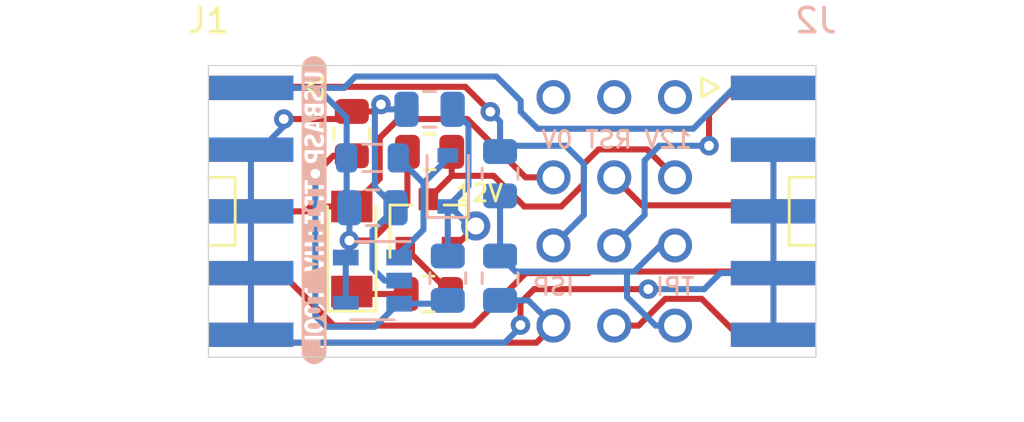
<source format=kicad_pcb>
(kicad_pcb (version 20211014) (generator pcbnew)
  (layers (0 "F.Cu" signal) (31 "B.Cu" signal) (34 "B.Paste" user) (35 "F.Paste" user) (36 "B.SilkS" user "B.Silkscreen") (37 "F.SilkS" user "F.Silkscreen") (38 "B.Mask" user) (39 "F.Mask" user) (44 "Edge.Cuts" user))
  (net 0 "")
  (net 1 "Net-(Q1-Pad1)")
  (net 2 "Net-(D1-Pad2)")
  (net 3 "Net-(R3-Pad1)")
  (net 4 "Vin")
  (net 5 "GND")
  (net 6 "12V")
  (net 7 "SCK")
  (net 8 "~{RST}")
  (net 10 "~{RST}HV")
  (net 12 "Net-(D2-Pad1)")
  (net 13 "Net-(Q1-Pad3)")
  (net 14 "MISO_IN")
  (net 15 "MOSI_IN")
  (net 16 "MISO_OUT")
  (net 17 "MOSI_OUT")
  (net 18 "/TPI_DATA")
  (footprint "Resistor_SMD:R_0805_2012Metric" (layer "F.Cu") (at 95.9 116.8 -90)
    (fp_text reference "R4" hide)
    (fp_text value "12kΩ" hide)
    (fp_line (start -0.227064 -0.735) (end 0.227064 -0.735) (layer "F.SilkS") (width 0.12))
    (fp_line (start -0.227064 0.735) (end 0.227064 0.735) (layer "F.SilkS") (width 0.12))
    (pad "1" smd roundrect locked (at -0.9125 0 270) (size 1.025 1.4) (layers "F.Cu" "F.Paste" "F.Mask") (roundrect_rratio 0.243902) (net 5 "GND"))
    (pad "2" smd roundrect locked (at 0.9125 0 270) (size 1.025 1.4) (layers "F.Cu" "F.Paste" "F.Mask") (roundrect_rratio 0.243902) (net 3 "Net-(R3-Pad1)"))
  )
  (footprint "HV_TPI_tool:IDC_Socket_2x05_P2.54mm_edge-mount" (layer "F.Cu") (at 90 120)
    (fp_text reference "J1" (at 0 -7.85) (layer "F.SilkS"))
    (fp_text value "Conn_02x05_Odd_Even")
    (fp_line (start 4.7 -5.5) (end 4.7 -4.7) (layer "F.SilkS") (width 0.12))
    (fp_line (start 4.7 -4.7) (end 4 -5.1) (layer "F.SilkS") (width 0.12))
    (fp_line (start 4 -5.1) (end 4.7 -5.5) (layer "F.SilkS") (width 0.12))
    (pad "1" smd rect (at 1.75 -5.08) (size 3.5 1) (layers "F.Cu" "F.Paste" "F.Mask") (net 15 "MOSI_IN"))
    (pad "2" smd rect (at 1.75 -5.08) (size 3.5 1) (layers "B.Cu" "B.Paste" "B.Mask") (net 4 "Vin"))
    (pad "3" smd rect (at 1.75 -2.54) (size 3.5 1) (layers "F.Cu" "F.Paste" "F.Mask"))
    (pad "4" smd rect (at 1.75 -2.54) (size 3.5 1) (layers "B.Cu" "B.Paste" "B.Mask") (net 5 "GND"))
    (pad "5" smd rect (at 1.75 0) (size 3.5 1) (layers "F.Cu" "F.Paste" "F.Mask") (net 8 "~{RST}"))
    (pad "6" smd rect (at 1.75 0) (size 3.5 1) (layers "B.Cu" "B.Paste" "B.Mask") (net 5 "GND"))
    (pad "7" smd rect (at 1.75 2.54) (size 3.5 1) (layers "F.Cu" "F.Paste" "F.Mask") (net 7 "SCK"))
    (pad "8" smd rect (at 1.75 2.54) (size 3.5 1) (layers "B.Cu" "B.Paste" "B.Mask") (net 5 "GND"))
    (pad "9" smd rect (at 1.75 5.08) (size 3.5 1) (layers "F.Cu" "F.Paste" "F.Mask") (net 14 "MISO_IN"))
    (pad "10" smd rect (at 1.75 5.08) (size 3.5 1) (layers "B.Cu" "B.Paste" "B.Mask") (net 5 "GND"))
  )
  (footprint "Button_Switch_THT:SW_CuK_JS202011CQN_DPDT_Straight" (layer "F.Cu") (at 104.2 115.3)
    (fp_text reference "SW1" hide)
    (fp_text value "SW_DPDT_x2" hide)
    (pad "1" thru_hole circle locked (at 0 0) (size 1.4 1.4) (drill 0.9) (layers *.Cu *.Mask))
    (pad "2" thru_hole circle locked (at 2.5 0) (size 1.4 1.4) (drill 0.9) (layers *.Cu *.Mask))
    (pad "3" thru_hole circle locked (at 5 0) (size 1.4 1.4) (drill 0.9) (layers *.Cu *.Mask))
    (pad "4" thru_hole circle locked (at 0 3.3) (size 1.4 1.4) (drill 0.9) (layers *.Cu *.Mask) (net 8 "~{RST}"))
    (pad "5" thru_hole circle locked (at 2.5 3.3) (size 1.4 1.4) (drill 0.9) (layers *.Cu *.Mask) (net 10 "~{RST}HV"))
    (pad "6" thru_hole circle locked (at 5 3.3) (size 1.4 1.4) (drill 0.9) (layers *.Cu *.Mask) (net 13 "Net-(Q1-Pad3)"))
  )
  (footprint "Resistor_SMD:R_0805_2012Metric" (layer "F.Cu") (at 99.05 123.4 180)
    (fp_text reference "R1" hide)
    (fp_text value "5kΩ" hide)
    (fp_line (start -0.227064 -0.735) (end 0.227064 -0.735) (layer "F.SilkS") (width 0.12))
    (fp_line (start -0.227064 0.735) (end 0.227064 0.735) (layer "F.SilkS") (width 0.12))
    (pad "1" smd roundrect locked (at -0.9125 0 180) (size 1.025 1.4) (layers "F.Cu" "F.Paste" "F.Mask") (roundrect_rratio 0.243902) (net 1 "Net-(Q1-Pad1)"))
    (pad "2" smd roundrect locked (at 0.9125 0 180) (size 1.025 1.4) (layers "F.Cu" "F.Paste" "F.Mask") (roundrect_rratio 0.243902) (net 12 "Net-(D2-Pad1)"))
  )
  (footprint "Resistor_SMD:R_0805_2012Metric" (layer "F.Cu") (at 99.1 117.55 180)
    (fp_text reference "R2" hide)
    (fp_text value "5kΩ" hide)
    (fp_line (start -0.227064 0.735) (end 0.227064 0.735) (layer "F.SilkS") (width 0.12))
    (fp_line (start -0.227064 -0.735) (end 0.227064 -0.735) (layer "F.SilkS") (width 0.12))
    (pad "1" smd roundrect locked (at -0.9125 0 180) (size 1.025 1.4) (layers "F.Cu" "F.Paste" "F.Mask") (roundrect_rratio 0.243902) (net 13 "Net-(Q1-Pad3)"))
    (pad "2" smd roundrect locked (at 0.9125 0 180) (size 1.025 1.4) (layers "F.Cu" "F.Paste" "F.Mask") (roundrect_rratio 0.243902) (net 4 "Vin"))
  )
  (footprint "Package_TO_SOT_SMD:SOT-23" (layer "F.Cu") (at 99.05 120.5 90)
    (fp_text reference "Q1" hide)
    (fp_text value "Q_PNP_BEC" hide)
    (fp_line (start 0.76 -1.58) (end 0.76 -0.65) (layer "F.SilkS") (width 0.12))
    (fp_line (start 0.76 1.58) (end 0.76 0.65) (layer "F.SilkS") (width 0.12))
    (fp_line (start 0.76 -1.58) (end -1.4 -1.58) (layer "F.SilkS") (width 0.12))
    (fp_line (start 0.76 1.58) (end -0.7 1.58) (layer "F.SilkS") (width 0.12))
    (pad "1" smd rect locked (at -1 -0.95 90) (size 0.9 0.8) (layers "F.Cu" "F.Paste" "F.Mask") (net 1 "Net-(Q1-Pad1)"))
    (pad "2" smd rect locked (at -1 0.95 90) (size 0.9 0.8) (layers "F.Cu" "F.Paste" "F.Mask") (net 6 "12V"))
    (pad "3" smd rect locked (at 1 0 90) (size 0.9 0.8) (layers "F.Cu" "F.Paste" "F.Mask") (net 13 "Net-(Q1-Pad3)"))
  )
  (footprint "Diode_SMD:D_MiniMELF" (layer "F.Cu") (at 95.9 121.55 90)
    (fp_text reference "D2" hide)
    (fp_text value "8-10V" hide)
    (fp_line (start -2.55 1) (end 1.75 1) (layer "F.SilkS") (width 0.12))
    (fp_line (start 1.75 -1) (end -2.55 -1) (layer "F.SilkS") (width 0.12))
    (fp_line (start -2.55 -1) (end -2.55 1) (layer "F.SilkS") (width 0.12))
    (pad "1" smd rect locked (at -1.75 0 90) (size 1.3 1.7) (layers "F.Cu" "F.Paste" "F.Mask") (net 12 "Net-(D2-Pad1)"))
    (pad "2" smd rect locked (at 1.75 0 90) (size 1.3 1.7) (layers "F.Cu" "F.Paste" "F.Mask") (net 8 "~{RST}"))
  )
  (footprint "Button_Switch_THT:SW_CuK_JS202011CQN_DPDT_Straight" (layer "F.Cu") (at 104.2 121.4)
    (fp_text reference "SW2" hide)
    (fp_text value "SW_DPDT_x2" hide)
    (pad "1" thru_hole circle (at 0 0) (size 1.4 1.4) (drill 0.9) (layers *.Cu *.Mask) (net 15 "MOSI_IN"))
    (pad "2" thru_hole circle (at 2.5 0) (size 1.4 1.4) (drill 0.9) (layers *.Cu *.Mask) (net 17 "MOSI_OUT"))
    (pad "3" thru_hole circle (at 5 0) (size 1.4 1.4) (drill 0.9) (layers *.Cu *.Mask) (net 18 "/TPI_DATA"))
    (pad "4" thru_hole circle (at 0 3.3) (size 1.4 1.4) (drill 0.9) (layers *.Cu *.Mask) (net 14 "MISO_IN"))
    (pad "5" thru_hole circle (at 2.5 3.3) (size 1.4 1.4) (drill 0.9) (layers *.Cu *.Mask) (net 16 "MISO_OUT"))
    (pad "6" thru_hole circle (at 5 3.3) (size 1.4 1.4) (drill 0.9) (layers *.Cu *.Mask) (net 18 "/TPI_DATA"))
  )
  (footprint "Capacitor_SMD:C_0805_2012Metric" (layer "B.Cu") (at 96.75 119.85 180)
    (fp_text reference "C1" hide)
    (fp_text value "1μF" hide)
    (fp_line (start -0.261252 -0.735) (end 0.261252 -0.735) (layer "B.SilkS") (width 0.12))
    (fp_line (start -0.261252 0.735) (end 0.261252 0.735) (layer "B.SilkS") (width 0.12))
    (pad "1" smd roundrect locked (at -0.95 0 180) (size 1 1.45) (layers "B.Cu" "B.Paste" "B.Mask") (net 5 "GND"))
    (pad "2" smd roundrect locked (at 0.95 0 180) (size 1 1.45) (layers "B.Cu" "B.Paste" "B.Mask") (net 4 "Vin"))
  )
  (footprint "Capacitor_SMD:C_0805_2012Metric" (layer "B.Cu") (at 99.1 115.8)
    (fp_text reference "C2" hide)
    (fp_text value "1μF" hide)
    (fp_line (start -0.261252 -0.735) (end 0.261252 -0.735) (layer "B.SilkS") (width 0.12))
    (fp_line (start -0.261252 0.735) (end 0.261252 0.735) (layer "B.SilkS") (width 0.12))
    (pad "1" smd roundrect locked (at -0.95 0) (size 1 1.45) (layers "B.Cu" "B.Paste" "B.Mask") (net 5 "GND"))
    (pad "2" smd roundrect locked (at 0.95 0) (size 1 1.45) (layers "B.Cu" "B.Paste" "B.Mask") (net 6 "12V"))
  )
  (footprint "Diode_SMD:D_SOD-323" (layer "B.Cu") (at 99.85 118.75 90)
    (fp_text reference "D1" hide)
    (fp_text value "NSR0240HT1G" hide)
    (fp_line (start -1.5 0.85) (end -1.5 -0.85) (layer "B.SilkS") (width 0.12))
    (fp_line (start -1.5 0.85) (end 1.05 0.85) (layer "B.SilkS") (width 0.12))
    (fp_line (start -1.5 -0.85) (end 1.05 -0.85) (layer "B.SilkS") (width 0.12))
    (pad "1" smd rect locked (at -1.05 0 90) (size 0.6 0.85) (layers "B.Cu" "B.Paste" "B.Mask") (net 6 "12V"))
    (pad "2" smd rect locked (at 1.05 0 90) (size 0.6 0.85) (layers "B.Cu" "B.Paste" "B.Mask") (net 2 "Net-(D1-Pad2)"))
  )
  (footprint "Inductor_SMD:L_0805_2012Metric" (layer "B.Cu") (at 96.75 117.8)
    (fp_text reference "L1" hide)
    (fp_text value "10μH" hide)
    (fp_line (start -0.399622 0.56) (end 0.399622 0.56) (layer "B.SilkS") (width 0.12))
    (fp_line (start -0.399622 -0.56) (end 0.399622 -0.56) (layer "B.SilkS") (width 0.12))
    (pad "1" smd roundrect locked (at -1.0625 0) (size 0.875 1.2) (layers "B.Cu" "B.Paste" "B.Mask") (net 4 "Vin"))
    (pad "2" smd roundrect locked (at 1.0625 0) (size 0.875 1.2) (layers "B.Cu" "B.Paste" "B.Mask") (net 2 "Net-(D1-Pad2)"))
  )
  (footprint "Resistor_SMD:R_0805_2012Metric" (layer "B.Cu") (at 99.85 122.75 90)
    (fp_text reference "R3" hide)
    (fp_text value "100kΩ" hide)
    (fp_line (start -0.227064 0.735) (end 0.227064 0.735) (layer "B.SilkS") (width 0.12))
    (fp_line (start -0.227064 -0.735) (end 0.227064 -0.735) (layer "B.SilkS") (width 0.12))
    (pad "1" smd roundrect locked (at -0.9125 0 90) (size 1.025 1.4) (layers "B.Cu" "B.Paste" "B.Mask") (roundrect_rratio 0.243902) (net 3 "Net-(R3-Pad1)"))
    (pad "2" smd roundrect locked (at 0.9125 0 90) (size 1.025 1.4) (layers "B.Cu" "B.Paste" "B.Mask") (roundrect_rratio 0.243902) (net 6 "12V"))
  )
  (footprint "Package_TO_SOT_SMD:SOT-23-5" (layer "B.Cu") (at 96.75 122.85 180)
    (fp_text reference "U1" hide)
    (fp_text value "AP3012" hide)
    (fp_line (start -0.9 -1.61) (end 0.9 -1.61) (layer "B.SilkS") (width 0.12))
    (fp_line (start 0.9 1.61) (end -1.55 1.61) (layer "B.SilkS") (width 0.12))
    (pad "1" smd rect locked (at -1.1 0.95 180) (size 1.06 0.65) (layers "B.Cu" "B.Paste" "B.Mask") (net 2 "Net-(D1-Pad2)"))
    (pad "2" smd rect locked (at -1.1 0 180) (size 1.06 0.65) (layers "B.Cu" "B.Paste" "B.Mask") (net 5 "GND"))
    (pad "3" smd rect locked (at -1.1 -0.95 180) (size 1.06 0.65) (layers "B.Cu" "B.Paste" "B.Mask") (net 3 "Net-(R3-Pad1)"))
    (pad "4" smd rect locked (at 1.1 -0.95 180) (size 1.06 0.65) (layers "B.Cu" "B.Paste" "B.Mask") (net 4 "Vin"))
    (pad "5" smd rect locked (at 1.1 0.95 180) (size 1.06 0.65) (layers "B.Cu" "B.Paste" "B.Mask") (net 4 "Vin"))
  )
  (footprint "HV_TPI_tool:IDC_Header_2x05_P2.54mm_edge-mount" (layer "B.Cu") (at 115 120 180)
    (fp_text reference "J2" (at 0 7.85) (layer "B.SilkS") (effects (justify mirror)))
    (fp_text value "Conn_02x05_Odd_Even")
    (fp_line (start 4.7 4.7) (end 4 5.1) (layer "F.SilkS") (width 0.12))
    (fp_line (start 4.7 5.5) (end 4.7 4.7) (layer "F.SilkS") (width 0.12))
    (fp_line (start 4 5.1) (end 4.7 5.5) (layer "F.SilkS") (width 0.12))
    (pad "1" smd rect (at 1.75 5.08 180) (size 3.5 1) (layers "F.Cu" "F.Paste" "F.Mask") (net 17 "MOSI_OUT"))
    (pad "2" smd rect (at 1.75 5.08 180) (size 3.5 1) (layers "B.Cu" "B.Paste" "B.Mask") (net 4 "Vin"))
    (pad "3" smd rect (at 1.75 2.54 180) (size 3.5 1) (layers "F.Cu" "F.Paste" "F.Mask"))
    (pad "4" smd rect (at 1.75 2.54 180) (size 3.5 1) (layers "B.Cu" "B.Paste" "B.Mask") (net 5 "GND"))
    (pad "5" smd rect (at 1.75 0 180) (size 3.5 1) (layers "F.Cu" "F.Paste" "F.Mask") (net 10 "~{RST}HV"))
    (pad "6" smd rect (at 1.75 0 180) (size 3.5 1) (layers "B.Cu" "B.Paste" "B.Mask") (net 5 "GND"))
    (pad "7" smd rect (at 1.75 -2.54 180) (size 3.5 1) (layers "F.Cu" "F.Paste" "F.Mask") (net 7 "SCK"))
    (pad "8" smd rect (at 1.75 -2.54 180) (size 3.5 1) (layers "B.Cu" "B.Paste" "B.Mask") (net 5 "GND"))
    (pad "9" smd rect (at 1.75 -5.08 180) (size 3.5 1) (layers "F.Cu" "F.Paste" "F.Mask") (net 16 "MISO_OUT"))
    (pad "10" smd rect (at 1.75 -5.08 180) (size 3.5 1) (layers "B.Cu" "B.Paste" "B.Mask") (net 5 "GND"))
  )
  (footprint "Connector_PinHeader_2.54mm:PinHeader_1x01_P2.54mm_Vertical" (layer "B.Cu") (at 101 120.6)
    (fp_text reference "J3" hide)
    (fp_text value "Conn_01x01" hide)
    (pad "1" thru_hole circle locked (at 0 0) (size 1.2 1.2) (drill 0.7) (layers *.Cu *.Mask) (net 6 "12V"))
  )
  (footprint "Resistor_SMD:R_0805_2012Metric" (layer "B.Cu") (at 102 122.75 -90)
    (fp_text reference "R5" hide)
    (fp_text value "220Ω" hide)
    (fp_line (start -0.227064 -0.735) (end 0.227064 -0.735) (layer "B.SilkS") (width 0.12))
    (fp_line (start -0.227064 0.735) (end 0.227064 0.735) (layer "B.SilkS") (width 0.12))
    (pad "1" smd roundrect locked (at -0.9125 0 270) (size 1.025 1.4) (layers "B.Cu" "B.Paste" "B.Mask") (roundrect_rratio 0.243902) (net 18 "/TPI_DATA"))
    (pad "2" smd roundrect locked (at 0.9125 0 270) (size 1.025 1.4) (layers "B.Cu" "B.Paste" "B.Mask") (roundrect_rratio 0.243902) (net 14 "MISO_IN"))
  )
  (footprint "Resistor_SMD:R_0805_2012Metric" (layer "B.Cu") (at 102 118.45 -90)
    (fp_text reference "R6" hide)
    (fp_text value "220Ω" hide)
    (fp_line (start -0.227064 0.735) (end 0.227064 0.735) (layer "B.SilkS") (width 0.12))
    (fp_line (start -0.227064 -0.735) (end 0.227064 -0.735) (layer "B.SilkS") (width 0.12))
    (pad "1" smd roundrect locked (at -0.9125 0 270) (size 1.025 1.4) (layers "B.Cu" "B.Paste" "B.Mask") (roundrect_rratio 0.243902) (net 15 "MOSI_IN"))
    (pad "2" smd roundrect locked (at 0.9125 0 270) (size 1.025 1.4) (layers "B.Cu" "B.Paste" "B.Mask") (roundrect_rratio 0.243902) (net 18 "/TPI_DATA"))
  )
  (footprint "label" (layer "B.Cu") (at 94.35 119.95 -90)
    (fp_text reference "svg2mod" hide)
    (fp_text value "G***" hide)
    (fp_poly (pts (xy -4.219575 -0.04953) (xy -4.219575 -0.26289) (xy -4.18338 -0.2667) (xy -4.144645 -0.26797) (xy -4.092575 -0.263525) (xy -4.04749 -0.247015) (xy -4.015105 -0.212725) (xy -4.002405 -0.15621) (xy -4.0386 -0.074295) (xy -4.135755 -0.04953) (xy -4.219575 -0.04953)) (layer "B.SilkS") (width 0) (fill solid))
    (fp_poly (pts (xy 4.638675 0) (xy 4.639786 -0.055404) (xy 4.64312 -0.107315) (xy 4.6609 -0.19431) (xy 4.698365 -0.25273) (xy 4.763135 -0.27432) (xy 4.82727 -0.25273) (xy 4.86537 -0.193675) (xy 4.88315 -0.10668) (xy 4.886484 -0.055245) (xy 4.887595 0) (xy 4.886484 0.055404) (xy 4.88315 0.107315) (xy 4.86537 0.19431) (xy 4.827905 0.25273) (xy 4.763135 0.27432) (xy 4.698365 0.25273) (xy 4.6609 0.193675) (xy 4.64312 0.10668) (xy 4.639786 0.055245) (xy 4.638675 0)) (layer "B.SilkS") (width 0) (fill solid))
    (fp_poly (pts (xy -4.158615 0.08001) (xy -4.068445 0.106045) (xy -4.037965 0.1778) (xy -4.046855 0.222885) (xy -4.070985 0.249555) (xy -4.106545 0.262255) (xy -4.148455 0.26543) (xy -4.185285 0.26416) (xy -4.219575 0.26035) (xy -4.219575 0.08001) (xy -4.158615 0.08001)) (layer "B.SilkS") (width 0) (fill solid))
    (fp_poly (pts (xy 4.003675 0) (xy 4.004786 -0.055404) (xy 4.00812 -0.107315) (xy 4.0259 -0.19431) (xy 4.063365 -0.25273) (xy 4.128135 -0.27432) (xy 4.19227 -0.25273) (xy 4.23037 -0.193675) (xy 4.24815 -0.10668) (xy 4.251484 -0.055245) (xy 4.252595 0) (xy 4.251484 0.055404) (xy 4.24815 0.107315) (xy 4.23037 0.19431) (xy 4.192905 0.25273) (xy 4.128135 0.27432) (xy 4.063365 0.25273) (xy 4.0259 0.193675) (xy 4.00812 0.10668) (xy 4.004786 0.055245) (xy 4.003675 0)) (layer "B.SilkS") (width 0) (fill solid))
    (fp_poly (pts (xy -5.664835 0.516043) (xy -5.664835 0.39243) (xy -5.507355 0.39243) (xy -5.507355 -0.09906) (xy -5.502275 -0.182245) (xy -5.48513 -0.23622) (xy -5.451475 -0.26543) (xy -5.396865 -0.27432) (xy -5.342255 -0.26543) (xy -5.307965 -0.235585) (xy -5.290185 -0.180975) (xy -5.285105 -0.09779) (xy -5.285105 0.39243) (xy -5.128895 0.39243) (xy -5.128895 -0.10922) (xy -5.13207 -0.174625) (xy -4.784725 -0.2794) (xy -4.71932 -0.271145) (xy -4.678045 -0.248285) (xy -4.65709 -0.215265) (xy -4.651375 -0.1778) (xy -4.665345 -0.13462) (xy -4.700905 -0.100965) (xy -4.749165 -0.074295) (xy -4.802505 -0.05207) (xy -4.876165 -0.02286) (xy -4.94538 0.01905) (xy -4.996815 0.081915) (xy -5.017135 0.17526) (xy -4.999196 0.273685) (xy -4.94538 0.34798) (xy -4.891546 0.382552) (xy -4.825718 0.403296) (xy -4.747895 0.41021) (xy -4.680109 0.406083) (xy -4.62153 0.3937) (xy -4.530725 0.35687) (xy -4.576445 0.23622) (xy -4.64693 0.2667) (xy -4.736465 0.2794) (xy -4.805609 0.269381) (xy -4.847096 0.239324) (xy -4.860925 0.18923) (xy -4.848225 0.149225) (xy -4.81584 0.118745) (xy -4.77139 0.09525) (xy -4.722495 0.0762) (xy -4.64566 0.045085) (xy -4.572 -0.000635) (xy -4.516755 -0.071755) (xy -4.500563 -0.119856) (xy -4.495165 -0.17907) (xy -4.375785 -0.381) (xy -4.375785 0.38227) (xy -4.277995 0.395605) (xy -4.172585 0.40132) (xy -4.09194 0.396716) (xy -4.027805 0.382905) (xy -3.940175 0.334645) (xy -3.896995 0.26797) (xy -3.885565 0.19431) (xy -3.892391 0.141605) (xy -3.91287 0.09525) (xy -3.985895 0.02667) (xy -3.918744 -0.00762) (xy -3.87731 -0.05207) (xy -3.855879 -0.10287) (xy -3.848735 -0.15621) (xy -3.854768 -0.221456) (xy -3.872865 -0.274955) (xy -3.93827 -0.351155) (xy -3.983355 -0.375603) (xy -3.775532 -0.302387) (xy -3.753028 -0.214376) (xy -3.730422 -0.129667) (xy -3.707714 -0.04826) (xy -3.684905 0.029845) (xy -3.656568 0.124182) (xy -3.628708 0.216059) (xy -3.601323 0.305475) (xy -3.574415 0.39243) (xy -3.404235 0.39243) (xy -3.376335 0.30476) (xy -3.348514 0.214471) (xy -3.320772 0.121563) (xy -3.29311 0.026035) (xy -3.271139 -0.05273) (xy -3.249422 -0.134087) (xy -3.227959 -0.218034) (xy -3.20675 -0.304571) (xy -3.123565 -0.35052) (xy -3.077845 -0.22352) (xy -2.99593 -0.26162) (xy -2.943066 -0.274955) (xy -2.879725 -0.2794) (xy -2.81432 -0.271145) (xy -2.773045 -0.248285) (xy -2.75209 -0.215265) (xy -2.746375 -0.1778) (xy -2.760345 -0.13462) (xy -2.795905 -0.100965) (xy -2.844165 -0.074295) (xy -2.897505 -0.05207) (xy -2.971165 -0.02286) (xy -3.04038 0.01905) (xy -3.091815 0.081915) (xy -3.112135 0.17526) (xy -3.094196 0.273685) (xy -3.04038 0.34798) (xy -2.986546 0.382552) (xy -2.920718 0.403296) (xy -2.842895 0.41021) (xy -2.775109 0.406083) (xy -2.71653 0.3937) (xy -2.254885 0.40132) (xy -2.162457 0.394476) (xy -2.084987 0.373944) (xy -2.022475 0.339725) (xy -1.976614 0.289983) (xy -1.949097 0.222885) (xy -1.237615 0.26289) (xy -1.237615 0.39243) (xy -0.666115 0.39243) (xy -0.666115 0.26289) (xy -0.873125 0.26289) (xy -0.873125 -0.3937) (xy -1.030605 -0.3937) (xy -1.030605 0.26289) (xy -1.237615 0.26289) (xy -1.949097 0.222885) (xy -1.939925 0.13843) (xy -1.949168 0.053128) (xy -1.976896 -0.014817) (xy -2.02311 -0.065405) (xy -2.086257 -0.10033) (xy -2.164786 -0.121285) (xy -2.258695 -0.12827) (xy -2.314575 -0.12827) (xy -2.314575 -0.3937) (xy -2.470785 -0.3937) (xy -2.470785 0.38227) (xy -2.41935 0.39116) (xy -2.361565 0.396875) (xy -2.304415 0.40005) (xy -2.254885 0.40132) (xy -2.71653 0.3937) (xy -2.625725 0.35687) (xy -2.671445 0.23622) (xy -2.74193 0.2667) (xy -2.831465 0.2794) (xy -2.900609 0.269381) (xy -2.942096 0.239324) (xy -2.955925 0.18923) (xy -2.943225 0.149225) (xy -2.91084 0.118745) (xy -2.86639 0.09525) (xy -2.817495 0.0762) (xy -2.74066 0.045085) (xy -2.667 -0.000635) (xy -2.611755 -0.071755) (xy -2.595563 -0.119856) (xy -2.590165 -0.17907) (xy -2.608104 -0.277019) (xy -2.66192 -0.349885) (xy -2.718012 -0.383399) (xy -2.790613 -0.403507) (xy -2.879725 -0.41021) (xy -2.967673 -0.404971) (xy -3.035935 -0.389255) (xy -3.123565 -0.35052) (xy -3.20675 -0.304571) (xy -3.185795 -0.3937) (xy -3.353435 -0.3937) (xy -3.390265 -0.21209) (xy -3.599815 -0.21209) (xy -3.635375 -0.3937) (xy -3.797935 -0.3937) (xy -3.775532 -0.302387) (xy -3.983355 -0.375603) (xy -4.03606 -0.391795) (xy -4.094639 -0.400844) (xy -4.157345 -0.40386) (xy -4.210368 -0.402431) (xy -4.265295 -0.398145) (xy -4.320858 -0.391001) (xy -4.375785 -0.381) (xy -4.495165 -0.17907) (xy -4.513104 -0.277019) (xy -4.56692 -0.349885) (xy -4.623012 -0.383399) (xy -4.695613 -0.403507) (xy -4.784725 -0.41021) (xy -4.872673 -0.404971) (xy -4.940935 -0.389255) (xy -5.028565 -0.35052) (xy -4.982845 -0.22352) (xy -4.90093 -0.26162) (xy -4.848066 -0.274955) (xy -4.784725 -0.2794) (xy -5.13207 -0.174625) (xy -5.141595 -0.23368) (xy -5.159058 -0.285433) (xy -5.186045 -0.32893) (xy -5.222875 -0.363696) (xy -5.269865 -0.389255) (xy -5.328285 -0.404971) (xy -5.399405 -0.41021) (xy -5.469414 -0.404971) (xy -5.52704 -0.389255) (xy -5.608955 -0.32893) (xy -5.63499 -0.285433) (xy -5.652135 -0.23368) (xy -5.66166 -0.174625) (xy -5.664835 -0.10922) (xy -5.664835 0.39243) (xy -5.664835 0.516043) (xy -5.823585 0.516043) (xy -5.92426 0.506128) (xy -6.021066 0.476762) (xy -6.110283 0.429074) (xy -6.188483 0.364898) (xy -6.252659 0.286698) (xy -6.300347 0.197481) (xy -6.329713 0.100675) (xy -6.339628 0) (xy -6.329713 -0.100675) (xy -6.300347 -0.197481) (xy -6.252659 -0.286698) (xy -6.188483 -0.364898) (xy -6.110283 -0.429074) (xy 0.069215 -0.3937) (xy 0.069215 -0.26416) (xy 0.240665 -0.26416) (xy 0.240665 0.26289) (xy 0.069215 0.26289) (xy 0.069215 0.39243) (xy 0.568325 0.39243) (xy 0.568325 0.26289) (xy 0.398145 0.26289) (xy 0.686435 0.00381) (xy 0.885825 0.00381) (xy 0.885825 0.22479) (xy 1.020445 0.22479) (xy 1.020445 0.00381) (xy 1.219835 0.00381) (xy 1.219835 -0.12446) (xy 1.020445 -0.12446) (xy 1.020445 -0.34544) (xy 0.885825 -0.34544) (xy 0.885825 -0.12446) (xy 0.686435 -0.12446) (xy 0.686435 0.00381) (xy 0.398145 0.26289) (xy 0.398145 -0.26416) (xy 0.568325 -0.26416) (xy 0.568325 -0.3937) (xy 0.069215 -0.3937) (xy -6.110283 -0.429074) (xy -6.021066 -0.476762) (xy 2.141855 -0.3937) (xy 2.110423 -0.300355) (xy 2.077085 -0.19558) (xy 2.054648 -0.121991) (xy 2.033058 -0.048542) (xy 2.012315 0.024765) (xy 1.992701 0.096661) (xy 1.974497 0.165876) (xy 1.957705 0.23241) (xy 1.93675 0.32131) (xy 1.922145 0.39243) (xy 2.087245 0.39243) (xy 2.09677 0.326549) (xy 2.110105 0.250825) (xy 2.126139 0.16891) (xy 2.14376 0.084455) (xy 2.16281 -0.000635) (xy 2.18313 -0.084455) (xy 2.203926 -0.163354) (xy 2.224405 -0.23368) (xy 2.244725 -0.164306) (xy 2.265045 -0.085725) (xy 2.28473 -0.001905) (xy 2.303145 0.083185) (xy 2.32029 0.167799) (xy 2.336165 0.25019) (xy 2.350135 0.32639) (xy 2.361565 0.39243) (xy 2.525395 0.39243) (xy 2.508409 0.311785) (xy 2.48793 0.22225) (xy 2.464118 0.125889) (xy 2.43713 0.024765) (xy 2.417445 -0.044662) (xy 2.39649 -0.114935) (xy 2.374265 -0.186055) (xy 3.414395 -0.3937) (xy 3.414395 0.26289) (xy 3.207385 0.26289) (xy 3.207385 0.39243) (xy 3.778885 0.39243) (xy 3.778885 0.26289) (xy 3.571875 0.26289) (xy 3.844925 0) (xy 3.849608 0.095369) (xy 3.863658 0.178276) (xy 3.887073 0.248722) (xy 3.919855 0.306705) (xy 3.976299 0.364208) (xy 4.045726 0.398709) (xy 4.128135 0.41021) (xy 4.213084 0.398709) (xy 4.283357 0.364208) (xy 4.338955 0.306705) (xy 4.370626 0.248722) (xy 4.393248 0.178276) (xy 4.406821 0.095369) (xy 4.479925 0) (xy 4.484608 0.095369) (xy 4.498658 0.178276) (xy 4.522073 0.248722) (xy 4.554855 0.306705) (xy 4.611299 0.364208) (xy 4.680726 0.398709) (xy 4.763135 0.41021) (xy 4.848084 0.398709) (xy 4.918357 0.364208) (xy 4.973955 0.306705) (xy 5.005626 0.248722) (xy 5.028248 0.178276) (xy 5.041821 0.095369) (xy 5.046345 0) (xy 5.041741 -0.095369) (xy 5.02793 -0.178276) (xy 5.004911 -0.248722) (xy 4.972685 -0.306705) (xy 4.916805 -0.364208) (xy 5.170805 -0.3937) (xy 5.170805 0.39243) (xy 5.328285 0.39243) (xy 5.328285 -0.26416) (xy 5.664835 -0.26416) (xy 5.664835 -0.3937) (xy 5.170805 -0.3937) (xy 4.916805 -0.364208) (xy 4.847378 -0.398709) (xy 4.764405 -0.41021) (xy 4.679386 -0.398709) (xy 4.608901 -0.364208) (xy 4.55295 -0.306705) (xy 4.521002 -0.248722) (xy 4.498181 -0.178276) (xy 4.484489 -0.095369) (xy 4.479925 0) (xy 4.406821 0.095369) (xy 4.411345 0) (xy 4.406741 -0.095369) (xy 4.39293 -0.178276) (xy 4.369911 -0.248722) (xy 4.337685 -0.306705) (xy 4.281805 -0.364208) (xy 4.212378 -0.398709) (xy 4.129405 -0.41021) (xy 4.044386 -0.398709) (xy 3.973901 -0.364208) (xy 3.91795 -0.306705) (xy 3.886002 -0.248722) (xy 3.863181 -0.178276) (xy 3.849489 -0.095369) (xy 3.844925 0) (xy 3.571875 0.26289) (xy 3.571875 -0.3937) (xy 3.414395 -0.3937) (xy 2.374265 -0.186055) (xy 2.351123 -0.256822) (xy 2.327416 -0.326037) (xy 2.303145 -0.3937) (xy 2.141855 -0.3937) (xy -6.021066 -0.476762) (xy -5.92426 -0.506128) (xy -5.823585 -0.516043) (xy -5.664835 -0.516043) (xy 5.664835 -0.516043) (xy 5.823585 -0.516043) (xy 5.92426 -0.506128) (xy 6.021066 -0.476762) (xy 6.110283 -0.429074) (xy 6.188483 -0.364898) (xy 6.252659 -0.286698) (xy 6.300347 -0.197481) (xy 6.329713 -0.100675) (xy 6.339628 0) (xy 6.329713 0.100675) (xy 6.300347 0.197481) (xy 6.252659 0.286698) (xy 6.188483 0.364898) (xy 6.110283 0.429074) (xy -0.349885 0.40132) (xy -0.257457 0.394476) (xy 1.848485 0.39243) (xy 1.848485 -0.3937) (xy 1.692275 -0.3937) (xy 1.692275 -0.04699) (xy 1.483995 -0.04699) (xy 1.483995 -0.3937) (xy 1.327785 -0.3937) (xy 1.327785 0.39243) (xy 1.483995 0.39243) (xy 1.483995 0.08255) (xy 1.692275 0.08255) (xy 1.692275 0.39243) (xy 1.848485 0.39243) (xy -0.257457 0.394476) (xy -0.179987 0.373944) (xy -0.117475 0.339725) (xy -0.071614 0.289983) (xy -0.044097 0.222885) (xy -0.034925 0.13843) (xy -0.044168 0.053128) (xy -0.071896 -0.014817) (xy -0.11811 -0.065405) (xy -0.181257 -0.10033) (xy -0.259786 -0.121285) (xy -0.353695 -0.12827) (xy -0.409575 -0.12827) (xy -0.409575 -0.3937) (xy -0.565785 -0.3937) (xy -0.565785 0.38227) (xy -0.51435 0.39116) (xy -0.456565 0.396875) (xy -0.399415 0.40005) (xy -0.349885 0.40132) (xy 6.110283 0.429074) (xy 6.021066 0.476762) (xy 5.92426 0.506128) (xy 5.823585 0.516043) (xy 5.664835 0.516043) (xy -5.664835 0.516043)) (layer "B.SilkS") (width 0) (fill solid))
    (fp_poly (pts (xy -2.237105 0.26543) (xy -2.27584 0.264795) (xy -2.314575 0.26162) (xy -2.314575 0.00762) (xy -2.251075 0.00762) (xy -2.185353 0.015081) (xy -2.138045 0.037465) (xy -2.10947 0.077946) (xy -2.099945 0.1397) (xy -2.109311 0.198279) (xy -2.13741 0.236855) (xy -2.181066 0.258286) (xy -2.237105 0.26543)) (layer "B.SilkS") (width 0) (fill solid))
    (fp_poly (pts (xy -0.332105 0.26543) (xy -0.37084 0.264795) (xy -0.409575 0.26162) (xy -0.409575 0.00762) (xy -0.346075 0.00762) (xy -0.280353 0.015081) (xy -0.233045 0.037465) (xy -0.20447 0.077946) (xy -0.194945 0.1397) (xy -0.204311 0.198279) (xy -0.23241 0.236855) (xy -0.276066 0.258286) (xy -0.332105 0.26543)) (layer "B.SilkS") (width 0) (fill solid))
    (fp_poly (pts (xy -3.493135 0.24003) (xy -3.51663 0.155575) (xy -3.53695 0.076835) (xy -3.55473 -0.00127) (xy -3.570605 -0.08255) (xy -3.416935 -0.08255) (xy -3.432175 -0.00127) (xy -3.44932 0.076835) (xy -3.46964 0.155575) (xy -3.493135 0.24003)) (layer "B.SilkS") (width 0) (fill solid))
  )
  (gr_line (start 113.9 118.6) (end 115 118.6) (layer "F.SilkS") (width 0.12))
  (gr_line (start 115 121.4) (end 113.9 121.4) (layer "F.SilkS") (width 0.12))
  (gr_line (start 113.9 121.4) (end 113.9 118.6) (layer "F.SilkS") (width 0.12))
  (gr_line (start 90 118.6) (end 91.1 118.6) (layer "F.SilkS") (width 0.12))
  (gr_line (start 91.1 121.4) (end 90 121.4) (layer "F.SilkS") (width 0.12))
  (gr_line (start 91.1 118.6) (end 91.1 121.4) (layer "F.SilkS") (width 0.12))
  (gr_line (start 115 114) (end 90 114) (layer "Edge.Cuts") (width 0.05))
  (gr_line (start 115 126) (end 115 114) (layer "Edge.Cuts") (width 0.05))
  (gr_line (start 90 126) (end 115 126) (layer "Edge.Cuts") (width 0.05))
  (gr_line (start 90 114) (end 90 126) (layer "Edge.Cuts") (width 0.05))
  (gr_text "12V RST 0V" (at 106.8 117.05) (layer "B.SilkS") (effects (font (size 0.7 0.7) (thickness 0.12)) (justify mirror)))
  (gr_text "TPI" (at 109.2 123.1) (layer "B.SilkS") (effects (font (size 0.7 0.7) (thickness 0.12)) (justify mirror)))
  (gr_text "ISP" (at 104.2 123.1) (layer "B.SilkS") (effects (font (size 0.7 0.7) (thickness 0.12)) (justify mirror)))
  (gr_text "12V" (at 101.15 119.25) (layer "F.SilkS") (effects (font (size 0.7 0.7) (thickness 0.12))))
  (segment (start 99.9625 123.3625) (end 98.1 121.5) (width 0.25) (layer "F.Cu") (net 1))
  (segment (start 99.9625 123.4) (end 99.9625 123.3625) (width 0.25) (layer "F.Cu") (net 1))
  (segment (start 98.85 118.8375) (end 97.8125 117.8) (width 0.25) (layer "B.Cu") (net 2))
  (segment (start 97.85 121.9) (end 97.85 121.75) (width 0.25) (layer "B.Cu") (net 2))
  (segment (start 98.85 120.75) (end 98.85 118.8375) (width 0.25) (layer "B.Cu") (net 2))
  (segment (start 99.85 117.7) (end 99.85 117.8375) (width 0.25) (layer "B.Cu") (net 2))
  (segment (start 99.85 117.8375) (end 98.85 118.8375) (width 0.25) (layer "B.Cu") (net 2))
  (segment (start 97.85 121.75) (end 98.85 120.75) (width 0.25) (layer "B.Cu") (net 2))
  (segment (start 95.1375 117.7125) (end 95.9 117.7125) (width 0.25) (layer "F.Cu") (net 3))
  (segment (start 94.4 118.45) (end 95.1375 117.7125) (width 0.25) (layer "F.Cu") (net 3))
  (via (at 94.4 118.45) (size 0.8) (drill 0.4) (layers "F.Cu" "B.Cu") (net 3))
  (segment (start 97.8 123.8) (end 96.85 124.75) (width 0.25) (layer "B.Cu") (net 3))
  (segment (start 94.4 124.3) (end 94.4 118.45) (width 0.25) (layer "B.Cu") (net 3))
  (segment (start 97.85 123.8) (end 97.8 123.8) (width 0.25) (layer "B.Cu") (net 3))
  (segment (start 94.85 124.75) (end 94.4 124.3) (width 0.25) (layer "B.Cu") (net 3))
  (segment (start 96.85 124.75) (end 94.85 124.75) (width 0.25) (layer "B.Cu") (net 3))
  (segment (start 99.7125 123.8) (end 99.85 123.6625) (width 0.25) (layer "B.Cu") (net 3))
  (segment (start 97.85 123.8) (end 99.7125 123.8) (width 0.25) (layer "B.Cu") (net 3))
  (segment (start 96.7 121.2) (end 95.8 121.2) (width 0.25) (layer "F.Cu") (net 4))
  (segment (start 98.1875 117.55) (end 98.1875 119.7125) (width 0.25) (layer "F.Cu") (net 4))
  (segment (start 98.1875 119.7125) (end 96.7 121.2) (width 0.25) (layer "F.Cu") (net 4))
  (via (at 95.8 121.2) (size 0.8) (drill 0.4) (layers "F.Cu" "B.Cu") (net 4))
  (segment (start 95.6875 117.8) (end 95.6875 119.7375) (width 0.25) (layer "B.Cu") (net 4))
  (segment (start 95.6875 117.8) (end 95.6875 116.1375) (width 0.25) (layer "B.Cu") (net 4))
  (segment (start 95.8 121.2) (end 95.8 121.75) (width 0.25) (layer "B.Cu") (net 4))
  (segment (start 96.05 114.45) (end 101.85 114.45) (width 0.25) (layer "B.Cu") (net 4))
  (segment (start 102.85 115.45) (end 102.85 115.9) (width 0.25) (layer "B.Cu") (net 4))
  (segment (start 94.47 114.92) (end 91.75 114.92) (width 0.25) (layer "B.Cu") (net 4))
  (segment (start 95.65 123.8) (end 95.65 121.9) (width 0.25) (layer "B.Cu") (net 4))
  (segment (start 94.47 114.92) (end 95.58 114.92) (width 0.25) (layer "B.Cu") (net 4))
  (segment (start 103.55 116.6) (end 109.95 116.6) (width 0.25) (layer "B.Cu") (net 4))
  (segment (start 111.63 114.92) (end 113.25 114.92) (width 0.25) (layer "B.Cu") (net 4))
  (segment (start 102.85 115.9) (end 103.55 116.6) (width 0.25) (layer "B.Cu") (net 4))
  (segment (start 95.6875 116.1375) (end 94.47 114.92) (width 0.25) (layer "B.Cu") (net 4))
  (segment (start 95.58 114.92) (end 96.05 114.45) (width 0.25) (layer "B.Cu") (net 4))
  (segment (start 95.8 119.85) (end 95.8 121.2) (width 0.25) (layer "B.Cu") (net 4))
  (segment (start 95.6875 119.7375) (end 95.8 119.85) (width 0.25) (layer "B.Cu") (net 4))
  (segment (start 109.95 116.6) (end 111.63 114.92) (width 0.25) (layer "B.Cu") (net 4))
  (segment (start 95.8 121.75) (end 95.65 121.9) (width 0.25) (layer "B.Cu") (net 4))
  (segment (start 101.85 114.45) (end 102.85 115.45) (width 0.25) (layer "B.Cu") (net 4))
  (segment (start 102.84104 123.75896) (end 103.4 123.2) (width 0.25) (layer "F.Cu") (net 5))
  (segment (start 95.9 115.8875) (end 95.587508 116.199992) (width 0.25) (layer "F.Cu") (net 5))
  (segment (start 95.587508 116.199992) (end 93.1 116.199992) (width 0.25) (layer "F.Cu") (net 5))
  (segment (start 102.84104 124.679148) (end 102.84104 123.75896) (width 0.25) (layer "F.Cu") (net 5))
  (segment (start 96.8125 115.8875) (end 97.1 115.6) (width 0.25) (layer "F.Cu") (net 5))
  (segment (start 103.4 123.2) (end 108.1 123.2) (width 0.25) (layer "F.Cu") (net 5))
  (segment (start 95.9 115.8875) (end 96.8125 115.8875) (width 0.25) (layer "F.Cu") (net 5))
  (via (at 108.1 123.2) (size 0.8) (drill 0.4) (layers "F.Cu" "B.Cu") (net 5))
  (via (at 93.1 116.199992) (size 0.8) (drill 0.4) (layers "F.Cu" "B.Cu") (net 5))
  (via (at 97.1 115.6) (size 0.8) (drill 0.4) (layers "F.Cu" "B.Cu") (net 5))
  (via (at 102.84104 124.679148) (size 0.8) (drill 0.4) (layers "F.Cu" "B.Cu") (net 5))
  (segment (start 91.75 117.46) (end 92.14 117.46) (width 0.25) (layer "B.Cu") (net 5))
  (segment (start 96.75 120.8) (end 97.7 119.85) (width 0.25) (layer "B.Cu") (net 5))
  (segment (start 97.3 115.8) (end 97.1 115.6) (width 0.25) (layer "B.Cu") (net 5))
  (segment (start 97.25 122.85) (end 96.75 122.35) (width 0.25) (layer "B.Cu") (net 5))
  (segment (start 110.4 123.2) (end 111.06 122.54) (width 0.25) (layer "B.Cu") (net 5))
  (segment (start 102.84104 124.75896) (end 102.84104 124.679148) (width 0.25) (layer "B.Cu") (net 5))
  (segment (start 113.25 120) (end 113.25 122.54) (width 0.25) (layer "B.Cu") (net 5))
  (segment (start 91.75 117.46) (end 91.75 120) (width 0.25) (layer "B.Cu") (net 5))
  (segment (start 111.06 122.54) (end 113.25 122.54) (width 0.25) (layer "B.Cu") (net 5))
  (segment (start 93.1 116.5) (end 93.1 116.199992) (width 0.25) (layer "B.Cu") (net 5))
  (segment (start 96.85 119) (end 96.85 115.85) (width 0.25) (layer "B.Cu") (net 5))
  (segment (start 97.7 119.85) (end 96.85 119) (width 0.25) (layer "B.Cu") (net 5))
  (segment (start 98.15 115.8) (end 97.3 115.8) (width 0.25) (layer "B.Cu") (net 5))
  (segment (start 91.75 125.08) (end 92.07 125.4) (width 0.25) (layer "B.Cu") (net 5))
  (segment (start 102.2 125.4) (end 102.84104 124.75896) (width 0.25) (layer "B.Cu") (net 5))
  (segment (start 108.1 123.2) (end 110.4 123.2) (width 0.25) (layer "B.Cu") (net 5))
  (segment (start 113.25 125.08) (end 113.25 122.54) (width 0.25) (layer "B.Cu") (net 5))
  (segment (start 92.07 125.4) (end 102.2 125.4) (width 0.25) (layer "B.Cu") (net 5))
  (segment (start 91.75 120) (end 91.75 122.54) (width 0.25) (layer "B.Cu") (net 5))
  (segment (start 91.75 122.54) (end 91.75 125.08) (width 0.25) (layer "B.Cu") (net 5))
  (segment (start 112.93 125.4) (end 113.25 125.08) (width 0.25) (layer "B.Cu") (net 5))
  (segment (start 96.75 122.35) (end 96.75 120.8) (width 0.25) (layer "B.Cu") (net 5))
  (segment (start 97.85 122.85) (end 97.25 122.85) (width 0.25) (layer "B.Cu") (net 5))
  (segment (start 96.85 115.85) (end 97.1 115.6) (width 0.25) (layer "B.Cu") (net 5))
  (segment (start 113.25 117.46) (end 113.25 120) (width 0.25) (layer "B.Cu") (net 5))
  (segment (start 92.14 117.46) (end 93.1 116.5) (width 0.25) (layer "B.Cu") (net 5))
  (segment (start 100 121.5) (end 100.1 121.5) (width 0.25) (layer "F.Cu") (net 6))
  (segment (start 100.1 121.5) (end 101 120.6) (width 0.25) (layer "F.Cu") (net 6))
  (segment (start 99.85 120.6) (end 99.85 121.8375) (width 0.25) (layer "B.Cu") (net 6))
  (segment (start 100.7 116.45) (end 100.7 118.95) (width 0.25) (layer "B.Cu") (net 6))
  (segment (start 99.85 119.8) (end 99.85 120.6) (width 0.25) (layer "B.Cu") (net 6))
  (segment (start 101 120.6) (end 100.75 120.6) (width 0.25) (layer "B.Cu") (net 6))
  (segment (start 100.75 120.6) (end 99.95 119.8) (width 0.25) (layer "B.Cu") (net 6))
  (segment (start 100.05 115.8) (end 100.7 116.45) (width 0.25) (layer "B.Cu") (net 6))
  (segment (start 99.95 119.8) (end 99.85 119.8) (width 0.25) (layer "B.Cu") (net 6))
  (segment (start 100.7 118.95) (end 99.85 119.8) (width 0.25) (layer "B.Cu") (net 6))
  (segment (start 91.75 122.54) (end 93 122.54) (width 0.25) (layer "F.Cu") (net 7))
  (segment (start 93 122.54) (end 95.16 124.7) (width 0.25) (layer "F.Cu") (net 7))
  (segment (start 105.699901 122.475499) (end 113.185499 122.475499) (width 0.25) (layer "F.Cu") (net 7))
  (segment (start 105.6354 122.54) (end 105.699901 122.475499) (width 0.25) (layer "F.Cu") (net 7))
  (segment (start 103.06 122.54) (end 105.6354 122.54) (width 0.25) (layer "F.Cu") (net 7))
  (segment (start 95.16 124.7) (end 100.9 124.7) (width 0.25) (layer "F.Cu") (net 7))
  (segment (start 113.185499 122.475499) (end 113.25 122.54) (width 0.25) (layer "F.Cu") (net 7))
  (segment (start 100.9 124.7) (end 103.06 122.54) (width 0.25) (layer "F.Cu") (net 7))
  (segment (start 97.05 118.65) (end 97.05 116.973002) (width 0.25) (layer "F.Cu") (net 8))
  (segment (start 100.65 116.2) (end 103.05 118.6) (width 0.25) (layer "F.Cu") (net 8))
  (segment (start 103.05 118.6) (end 104.2 118.6) (width 0.25) (layer "F.Cu") (net 8))
  (segment (start 95.9 119.8) (end 97.05 118.65) (width 0.25) (layer "F.Cu") (net 8))
  (segment (start 94.2 119.8) (end 94 120) (width 0.25) (layer "F.Cu") (net 8))
  (segment (start 95.9 119.8) (end 94.2 119.8) (width 0.25) (layer "F.Cu") (net 8))
  (segment (start 94 120) (end 91.75 120) (width 0.25) (layer "F.Cu") (net 8))
  (segment (start 97.05 116.973002) (end 97.823002 116.2) (width 0.25) (layer "F.Cu") (net 8))
  (segment (start 97.823002 116.2) (end 100.65 116.2) (width 0.25) (layer "F.Cu") (net 8))
  (segment (start 113 119.75) (end 113.25 120) (width 0.25) (layer "F.Cu") (net 10))
  (segment (start 107.85 119.75) (end 113 119.75) (width 0.25) (layer "F.Cu") (net 10))
  (segment (start 106.7 118.6) (end 107.85 119.75) (width 0.25) (layer "F.Cu") (net 10))
  (segment (start 98.1375 123.4) (end 96 123.4) (width 0.25) (layer "F.Cu") (net 12))
  (segment (start 96 123.4) (end 95.9 123.3) (width 0.25) (layer "F.Cu") (net 12))
  (segment (start 104.517002 119.8) (end 105.45 118.867002) (width 0.25) (layer "F.Cu") (net 13))
  (segment (start 108.05 117.45) (end 109.2 118.6) (width 0.25) (layer "F.Cu") (net 13))
  (segment (start 105.45 118.05) (end 106.05 117.45) (width 0.25) (layer "F.Cu") (net 13))
  (segment (start 100.0125 117.55) (end 100.0125 118.5375) (width 0.25) (layer "F.Cu") (net 13))
  (segment (start 100.0125 118.5375) (end 99.05 119.5) (width 0.25) (layer "F.Cu") (net 13))
  (segment (start 103 119.8) (end 104.517002 119.8) (width 0.25) (layer "F.Cu") (net 13))
  (segment (start 101.7375 118.5375) (end 103 119.8) (width 0.25) (layer "F.Cu") (net 13))
  (segment (start 106.05 117.45) (end 108.05 117.45) (width 0.25) (layer "F.Cu") (net 13))
  (segment (start 100.0125 118.5375) (end 101.7375 118.5375) (width 0.25) (layer "F.Cu") (net 13))
  (segment (start 105.45 118.867002) (end 105.45 118.05) (width 0.25) (layer "F.Cu") (net 13))
  (segment (start 104.2 124.7) (end 103.496351 125.403649) (width 0.25) (layer "F.Cu") (net 14))
  (segment (start 103.496351 125.403649) (end 92.073649 125.403649) (width 0.25) (layer "F.Cu") (net 14))
  (segment (start 92.073649 125.403649) (end 91.75 125.08) (width 0.25) (layer "F.Cu") (net 14))
  (segment (start 102 123.6625) (end 103.1625 123.6625) (width 0.25) (layer "B.Cu") (net 14))
  (segment (start 103.1625 123.6625) (end 104.2 124.7) (width 0.25) (layer "B.Cu") (net 14))
  (segment (start 91.795001 114.874999) (end 100.574999 114.874999) (width 0.25) (layer "F.Cu") (net 15))
  (segment (start 91.75 114.92) (end 91.795001 114.874999) (width 0.25) (layer "F.Cu") (net 15))
  (segment (start 100.574999 114.874999) (end 101.6 115.9) (width 0.25) (layer "F.Cu") (net 15))
  (via (at 101.6 115.9) (size 0.8) (drill 0.4) (layers "F.Cu" "B.Cu") (net 15))
  (segment (start 105.45 118.05) (end 105.45 120.15) (width 0.25) (layer "B.Cu") (net 15))
  (segment (start 102.2375 117.3) (end 104.7 117.3) (width 0.25) (layer "B.Cu") (net 15))
  (segment (start 105.45 120.15) (end 104.2 121.4) (width 0.25) (layer "B.Cu") (net 15))
  (segment (start 102 117.5375) (end 101.999999 116.299999) (width 0.25) (layer "B.Cu") (net 15))
  (segment (start 102 117.5375) (end 102.2375 117.3) (width 0.25) (layer "B.Cu") (net 15))
  (segment (start 104.7 117.3) (end 105.45 118.05) (width 0.25) (layer "B.Cu") (net 15))
  (segment (start 101.999999 116.299999) (end 101.6 115.9) (width 0.25) (layer "B.Cu") (net 15))
  (segment (start 110.3 123.6) (end 108.8 123.6) (width 0.25) (layer "F.Cu") (net 16))
  (segment (start 113.25 125.08) (end 111.78 125.08) (width 0.25) (layer "F.Cu") (net 16))
  (segment (start 107.7 124.7) (end 106.7 124.7) (width 0.25) (layer "F.Cu") (net 16))
  (segment (start 111.78 125.08) (end 110.3 123.6) (width 0.25) (layer "F.Cu") (net 16))
  (segment (start 108.8 123.6) (end 107.7 124.7) (width 0.25) (layer "F.Cu") (net 16))
  (segment (start 110.6 117.3) (end 110.6 116) (width 0.25) (layer "F.Cu") (net 17))
  (segment (start 111.68 114.92) (end 113.25 114.92) (width 0.25) (layer "F.Cu") (net 17))
  (segment (start 110.6 116) (end 111.68 114.92) (width 0.25) (layer "F.Cu") (net 17))
  (via (at 110.6 117.3) (size 0.8) (drill 0.4) (layers "F.Cu" "B.Cu") (net 17))
  (segment (start 108.55 117.3) (end 110.6 117.3) (width 0.25) (layer "B.Cu") (net 17))
  (segment (start 106.7 121.4) (end 107.95 120.15) (width 0.25) (layer "B.Cu") (net 17))
  (segment (start 107.95 117.9) (end 108.55 117.3) (width 0.25) (layer "B.Cu") (net 17))
  (segment (start 107.95 120.15) (end 107.95 117.9) (width 0.25) (layer "B.Cu") (net 17))
  (segment (start 109.2 124.7) (end 108.4 124.7) (width 0.25) (layer "B.Cu") (net 18))
  (segment (start 102 119.3625) (end 102 121.8375) (width 0.25) (layer "B.Cu") (net 18))
  (segment (start 102.637999 122.475499) (end 107.224501 122.475499) (width 0.25) (layer "B.Cu") (net 18))
  (segment (start 108.6 121.4) (end 109.2 121.4) (width 0.25) (layer "B.Cu") (net 18))
  (segment (start 107.224501 123.524501) (end 107.224501 122.475499) (width 0.25) (layer "B.Cu") (net 18))
  (segment (start 108.4 124.7) (end 107.224501 123.524501) (width 0.25) (layer "B.Cu") (net 18))
  (segment (start 102 121.8375) (end 102.637999 122.475499) (width 0.25) (layer "B.Cu") (net 18))
  (segment (start 107.524501 122.475499) (end 108.6 121.4) (width 0.25) (layer "B.Cu") (net 18))
  (segment (start 107.224501 122.475499) (end 107.524501 122.475499) (width 0.25) (layer "B.Cu") (net 18))
)
</source>
